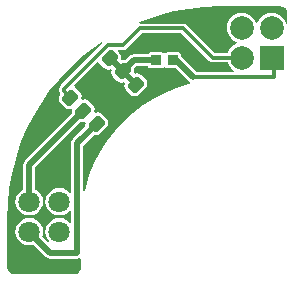
<source format=gtl>
G04*
G04 #@! TF.GenerationSoftware,Altium Limited,Altium Designer,18.1.7 (191)*
G04*
G04 Layer_Physical_Order=1*
G04 Layer_Color=255*
%FSLAX44Y44*%
%MOMM*%
G71*
G01*
G75*
%ADD11R,0.8500X0.8500*%
G04:AMPARAMS|DCode=12|XSize=1.3mm|YSize=1mm|CornerRadius=0.25mm|HoleSize=0mm|Usage=FLASHONLY|Rotation=45.000|XOffset=0mm|YOffset=0mm|HoleType=Round|Shape=RoundedRectangle|*
%AMROUNDEDRECTD12*
21,1,1.3000,0.5000,0,0,45.0*
21,1,0.8000,1.0000,0,0,45.0*
1,1,0.5000,0.4596,0.1061*
1,1,0.5000,-0.1061,-0.4596*
1,1,0.5000,-0.4596,-0.1061*
1,1,0.5000,0.1061,0.4596*
%
%ADD12ROUNDEDRECTD12*%
%ADD18C,0.3000*%
%ADD19C,0.5000*%
%ADD20C,2.0000*%
%ADD21R,2.0000X2.0000*%
%ADD22C,1.8000*%
G36*
X221772Y230591D02*
Y230591D01*
X223023Y230615D01*
X268955D01*
X270000Y230615D01*
X270204Y230626D01*
X271406Y230505D01*
X272676Y230253D01*
X274520Y229020D01*
X275753Y227176D01*
X276115Y225352D01*
Y216245D01*
X274917Y215974D01*
X273654Y219024D01*
X271644Y221644D01*
X269024Y223654D01*
X265974Y224917D01*
X262700Y225348D01*
X259426Y224917D01*
X256376Y223654D01*
X253756Y221644D01*
X251746Y219024D01*
X250687Y216467D01*
X249313D01*
X248254Y219024D01*
X246244Y221644D01*
X243624Y223654D01*
X240574Y224917D01*
X237300Y225348D01*
X234026Y224917D01*
X230976Y223654D01*
X228356Y221644D01*
X226346Y219024D01*
X225083Y215974D01*
X224652Y212700D01*
X225083Y209426D01*
X226346Y206376D01*
X228356Y203756D01*
X230976Y201746D01*
X233533Y200687D01*
Y199313D01*
X230976Y198254D01*
X228356Y196244D01*
X226346Y193624D01*
X225433Y191419D01*
X214406D01*
X190913Y214913D01*
X189576Y215806D01*
X188000Y216119D01*
X151000D01*
X150785Y217358D01*
X155649Y219373D01*
X167826Y223426D01*
X180261Y226600D01*
X192891Y228878D01*
X205651Y230250D01*
X218477Y230708D01*
X221772Y230591D01*
D02*
G37*
G36*
X209787Y184387D02*
X211124Y183494D01*
X212700Y183181D01*
X225433D01*
X226346Y180976D01*
X228356Y178356D01*
X230976Y176346D01*
X230713Y175081D01*
X199187D01*
X185840Y188428D01*
Y189250D01*
X185643Y190241D01*
X185081Y191081D01*
X184241Y191643D01*
X183250Y191840D01*
X174750D01*
X173759Y191643D01*
X172919Y191081D01*
X172729Y190797D01*
X171271D01*
X171081Y191081D01*
X170241Y191643D01*
X169250Y191840D01*
X160750D01*
X159759Y191643D01*
X158919Y191081D01*
X158357Y190241D01*
X158337Y190139D01*
X146000D01*
X144033Y189748D01*
X142366Y188634D01*
X138851Y185119D01*
X137678Y185352D01*
X135766Y184972D01*
X135521Y185151D01*
X135014Y185658D01*
X134835Y185903D01*
X135215Y187815D01*
X134824Y189781D01*
X133710Y191448D01*
X132560Y192598D01*
X133046Y193771D01*
X136890D01*
X138467Y194085D01*
X139803Y194977D01*
X152706Y207881D01*
X186294D01*
X209787Y184387D01*
D02*
G37*
G36*
X116598Y183035D02*
X117250Y182060D01*
X120786Y178524D01*
X122453Y177410D01*
X124419Y177019D01*
X126332Y177399D01*
X126576Y177220D01*
X127083Y176713D01*
X127262Y176468D01*
X126882Y174556D01*
X127273Y172590D01*
X128387Y170923D01*
X131923Y167387D01*
X133590Y166273D01*
X135556Y165882D01*
X137468Y166262D01*
X137713Y166083D01*
X138220Y165576D01*
X138399Y165331D01*
X138019Y163419D01*
X138410Y161453D01*
X139524Y159786D01*
X143060Y156250D01*
X144727Y155136D01*
X146693Y154745D01*
X148660Y155136D01*
X150327Y156250D01*
X155984Y161907D01*
X157098Y163574D01*
X157489Y165541D01*
X157098Y167507D01*
X155984Y169174D01*
X152448Y172710D01*
X150781Y173824D01*
X148815Y174215D01*
X146903Y173835D01*
X146658Y174014D01*
X146151Y174521D01*
X145972Y174766D01*
X146352Y176678D01*
X146118Y177851D01*
X148128Y179861D01*
X158337D01*
X158357Y179759D01*
X158919Y178919D01*
X159759Y178357D01*
X160750Y178160D01*
X169250D01*
X170241Y178357D01*
X171081Y178919D01*
X171271Y179204D01*
X172729D01*
X172919Y178919D01*
X173759Y178357D01*
X174750Y178160D01*
X181572D01*
X192405Y167328D01*
X193566Y166552D01*
X193311Y165195D01*
X192317Y164974D01*
X182069Y161743D01*
X172141Y157631D01*
X162609Y152669D01*
X153547Y146896D01*
X145021Y140354D01*
X137099Y133094D01*
X129839Y125172D01*
X123298Y116646D01*
X117524Y107584D01*
X112562Y98052D01*
X108450Y88124D01*
X105219Y77876D01*
X104401Y74189D01*
X103139Y74327D01*
Y112598D01*
X112286Y121745D01*
X113459Y121511D01*
X115426Y121902D01*
X117093Y123016D01*
X122750Y128673D01*
X123864Y130340D01*
X124255Y132307D01*
X123864Y134273D01*
X122750Y135940D01*
X119214Y139476D01*
X117547Y140590D01*
X115581Y140981D01*
X113668Y140601D01*
X113424Y140780D01*
X112917Y141287D01*
X112738Y141532D01*
X113118Y143444D01*
X112727Y145410D01*
X111613Y147077D01*
X108077Y150613D01*
X106410Y151727D01*
X104444Y152118D01*
X102532Y151738D01*
X102287Y151917D01*
X101780Y152424D01*
X101601Y152669D01*
X101981Y154581D01*
X101590Y156547D01*
X100476Y158214D01*
X96940Y161750D01*
X95965Y162402D01*
X95735Y163968D01*
X115032Y183265D01*
X116598Y183035D01*
D02*
G37*
G36*
X119511Y199395D02*
X84087Y163971D01*
X83194Y162635D01*
X82881Y161058D01*
Y158766D01*
X83194Y157190D01*
X83972Y156026D01*
X82902Y154426D01*
X82511Y152459D01*
X82902Y150493D01*
X84016Y148826D01*
X87552Y145290D01*
X89219Y144176D01*
X91185Y143785D01*
X93097Y144165D01*
X93342Y143986D01*
X93849Y143479D01*
X94028Y143234D01*
X93648Y141322D01*
X93882Y140149D01*
X53866Y100134D01*
X52752Y98467D01*
X52361Y96500D01*
Y75762D01*
X51680Y75480D01*
X49270Y73630D01*
X47420Y71220D01*
X46257Y68412D01*
X45861Y65400D01*
X46257Y62387D01*
X47420Y59580D01*
X49270Y57170D01*
X51680Y55320D01*
X54488Y54157D01*
X57500Y53760D01*
X60513Y54157D01*
X63320Y55320D01*
X65730Y57170D01*
X67580Y59580D01*
X68743Y62387D01*
X69140Y65400D01*
X68743Y68412D01*
X67580Y71220D01*
X65730Y73630D01*
X63320Y75480D01*
X62639Y75762D01*
Y94372D01*
X101149Y132881D01*
X102322Y132648D01*
X104234Y133028D01*
X104479Y132849D01*
X104986Y132342D01*
X105165Y132098D01*
X104785Y130185D01*
X105018Y129012D01*
X94366Y118360D01*
X93252Y116693D01*
X92861Y114726D01*
Y73350D01*
X91659Y72942D01*
X91130Y73630D01*
X88720Y75480D01*
X85913Y76643D01*
X82900Y77039D01*
X79887Y76643D01*
X77080Y75480D01*
X74670Y73630D01*
X72820Y71220D01*
X71657Y68412D01*
X71260Y65400D01*
X71657Y62387D01*
X72820Y59580D01*
X74670Y57170D01*
X77080Y55320D01*
X79887Y54157D01*
X82900Y53760D01*
X85913Y54157D01*
X88720Y55320D01*
X91130Y57170D01*
X91659Y57858D01*
X92861Y57450D01*
Y47950D01*
X91659Y47542D01*
X91130Y48230D01*
X88720Y50080D01*
X85913Y51243D01*
X82900Y51639D01*
X79887Y51243D01*
X77080Y50080D01*
X74670Y48230D01*
X72820Y45820D01*
X71657Y43012D01*
X71260Y40000D01*
X71657Y36988D01*
X72820Y34180D01*
X74260Y32303D01*
X73303Y31464D01*
X68461Y36306D01*
X68743Y36988D01*
X69140Y40000D01*
X68743Y43012D01*
X67580Y45820D01*
X65730Y48230D01*
X63320Y50080D01*
X60513Y51243D01*
X57500Y51639D01*
X54488Y51243D01*
X51680Y50080D01*
X49270Y48230D01*
X47420Y45820D01*
X46257Y43012D01*
X45861Y40000D01*
X46257Y36988D01*
X47420Y34180D01*
X49270Y31770D01*
X51680Y29920D01*
X54488Y28757D01*
X57500Y28360D01*
X60513Y28757D01*
X61194Y29039D01*
X71866Y18366D01*
X73534Y17252D01*
X75500Y16861D01*
X97690D01*
X99656Y17252D01*
X99995Y17479D01*
X101115Y16880D01*
Y11045D01*
X101115Y10000D01*
X101126Y9796D01*
X101005Y8594D01*
X100753Y7324D01*
X99520Y5480D01*
X97676Y4247D01*
X95852Y3885D01*
X45000D01*
X44833Y3851D01*
X42634Y4289D01*
X40629Y5629D01*
X39289Y7634D01*
X38851Y9833D01*
X38885Y10000D01*
Y40403D01*
X38880Y40425D01*
X38884Y40447D01*
X38833Y44944D01*
X38863Y46189D01*
Y46189D01*
X38863Y46189D01*
X38694Y50925D01*
X39152Y63751D01*
X40524Y76511D01*
X42803Y89141D01*
X45977Y101576D01*
X50030Y113753D01*
X54941Y125610D01*
X60685Y137086D01*
X67234Y148123D01*
X74553Y158665D01*
X82606Y168658D01*
X91351Y178051D01*
X100744Y186796D01*
X110737Y194849D01*
X118693Y200373D01*
X119511Y199395D01*
D02*
G37*
D11*
X179000Y185000D02*
D03*
X165000D02*
D03*
D12*
X92246Y153520D02*
D03*
X103383Y142383D02*
D03*
X114520Y131246D02*
D03*
X147754Y164480D02*
D03*
X136617Y175617D02*
D03*
X125480Y186754D02*
D03*
D18*
X87000Y158766D02*
X92246Y153520D01*
X87000Y158766D02*
Y161058D01*
X123832Y197890D01*
X136890D01*
X151000Y212000D01*
X188000D01*
X212700Y187300D01*
X237300D01*
X262700D02*
X264961Y185039D01*
Y170961D02*
Y185039D01*
X196039Y170961D02*
X264961D01*
D19*
X182000Y185000D02*
X196039Y170961D01*
X179000Y185000D02*
X182000D01*
X136617Y175617D02*
X146000Y185000D01*
X165000D01*
X136617Y175617D02*
X147754Y164480D01*
X125480Y186754D02*
X136617Y175617D01*
X98000Y114726D02*
X114520Y131246D01*
X98000Y22310D02*
Y114726D01*
X97690Y22000D02*
X98000Y22310D01*
X75500Y22000D02*
X97690D01*
X57500Y40000D02*
X75500Y22000D01*
X57500Y96500D02*
X103383Y142383D01*
X57500Y65400D02*
Y96500D01*
D20*
X237300Y187300D02*
D03*
Y212700D02*
D03*
X262700D02*
D03*
D21*
Y187300D02*
D03*
D22*
X82900Y65400D02*
D03*
Y40000D02*
D03*
X57500Y65400D02*
D03*
Y40000D02*
D03*
M02*

</source>
